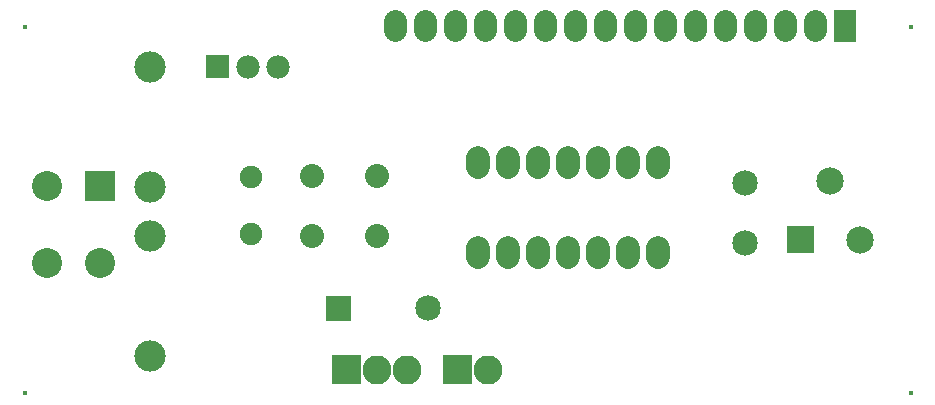
<source format=gbr>
G04 start of page 5 for group -4063 idx -4063 *
G04 Title: vt100lcd84, componentmask *
G04 Creator: pcb 20091103 *
G04 CreationDate: Tue 01 May 2012 10:21:43 PM GMT UTC *
G04 For: ecomer *
G04 Format: Gerber/RS-274X *
G04 PCB-Dimensions: 334646 161417 *
G04 PCB-Coordinate-Origin: lower left *
%MOIN*%
%FSLAX25Y25*%
%LNFRONTMASK*%
%ADD14C,0.0200*%
%ADD19C,0.0800*%
%ADD34C,0.0970*%
%ADD35C,0.0750*%
%ADD36C,0.0160*%
%ADD37C,0.1000*%
%ADD38C,0.1044*%
%ADD39C,0.0750*%
%ADD40C,0.0780*%
%ADD41C,0.0850*%
%ADD42C,0.0907*%
%ADD43C,0.0750*%
%ADD44R,0.0750X0.0750*%
G54D14*G36*
X120030Y52107D02*Y43607D01*
X128530D01*
Y52107D01*
X120030D01*
G37*
G36*
X122150Y32267D02*Y22567D01*
X131850D01*
Y32267D01*
X122150D01*
G37*
G54D34*X137000Y27417D03*
G54D19*X137130Y91838D03*
Y71838D03*
X115478Y92126D03*
Y72126D03*
G54D35*X95083Y72571D03*
Y91783D03*
G54D36*X19685Y19685D03*
G54D14*G36*
X39692Y93622D02*Y83622D01*
X49692D01*
Y93622D01*
X39692D01*
G37*
G54D37*X44692Y63032D03*
X26976Y88622D03*
Y63032D03*
G54D36*X19685Y141732D03*
G54D38*X61500Y71917D03*
Y31917D03*
Y128417D03*
Y88417D03*
G54D36*X314961Y19685D03*
G54D39*X143110Y142126D03*
X153110D03*
X163110D03*
X173110D03*
X183110D03*
X193110D03*
X203110D03*
X213110D03*
X223110D03*
X233110D03*
X243110D03*
X253110D03*
X263110D03*
X273110D03*
X283110D03*
G54D14*G36*
X289361Y145875D02*Y138377D01*
X296859D01*
Y145875D01*
X289361D01*
G37*
G54D36*X314961Y141732D03*
G54D40*X94000Y128417D03*
X104000D03*
G54D14*G36*
X80100Y132317D02*Y124517D01*
X87900D01*
Y132317D01*
X80100D01*
G37*
G54D41*X259685Y89602D03*
G54D19*X230787Y96412D03*
G54D42*X288134Y90457D03*
G54D41*X259685Y69602D03*
G54D14*G36*
X273754Y75308D02*Y66234D01*
X282828D01*
Y75308D01*
X273754D01*
G37*
G54D42*X297977Y70771D03*
G54D19*X220787Y96412D03*
X210787D03*
X200787D03*
X190787D03*
X180787D03*
X170787D03*
Y66412D03*
X180787D03*
X190787D03*
X200787D03*
X210787D03*
X220787D03*
X230787D03*
G54D41*X154280Y47857D03*
G54D34*X147000Y27417D03*
G54D14*G36*
X159150Y32267D02*Y22567D01*
X168850D01*
Y32267D01*
X159150D01*
G37*
G54D34*X174000Y27417D03*
G54D43*X213110Y143701D02*Y140551D01*
X223110Y143701D02*Y140551D01*
G54D19*X220787Y97912D02*Y94912D01*
G54D43*X233110Y143701D02*Y140551D01*
G54D19*X230787Y97912D02*Y94912D01*
G54D43*X243110Y143701D02*Y140551D01*
X253110Y143701D02*Y140551D01*
X263110Y143701D02*Y140551D01*
X273110Y143701D02*Y140551D01*
X283110Y143701D02*Y140551D01*
G54D44*X293110Y143701D02*Y140551D01*
G54D43*X173110Y143701D02*Y140551D01*
X183110Y143701D02*Y140551D01*
X193110Y143701D02*Y140551D01*
X203110Y143701D02*Y140551D01*
X143110Y143701D02*Y140551D01*
X153110Y143701D02*Y140551D01*
X163110Y143701D02*Y140551D01*
G54D19*X210787Y97912D02*Y94912D01*
X200787Y97912D02*Y94912D01*
X190787Y97912D02*Y94912D01*
X180787Y97912D02*Y94912D01*
X170787Y97912D02*Y94912D01*
Y67912D02*Y64912D01*
X180787Y67912D02*Y64912D01*
X190787Y67912D02*Y64912D01*
X200787Y67912D02*Y64912D01*
X210787Y67912D02*Y64912D01*
X220787Y67912D02*Y64912D01*
X230787Y67912D02*Y64912D01*
M02*

</source>
